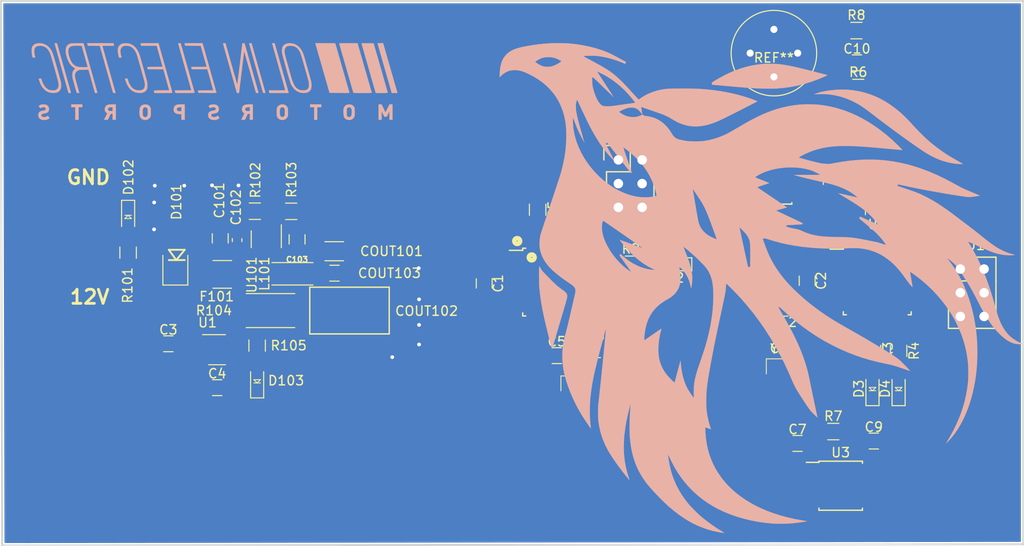
<source format=kicad_pcb>
(kicad_pcb (version 20171130) (host pcbnew 5.1.4-e60b266~84~ubuntu16.04.1)
  (layers (0 F.Cu signal) (31 B.Cu signal hide) (34 B.Paste user) (35 F.Paste user) (36 B.SilkS user hide) (37 F.SilkS user) (38 B.Mask user) (39 F.Mask user) (44 Edge.Cuts user))
  (net 0 "")
  (net 1 GND)
  (net 2 /12V)
  (net 3 VCC)
  (net 4 "Net-(C101-Pad1)")
  (net 5 "Net-(C103-Pad2)")
  (net 6 "Net-(C103-Pad1)")
  (net 7 "Net-(COUT101-Pad1)")
  (net 8 "Net-(D102-Pad2)")
  (net 9 "Net-(D103-Pad2)")
  (net 10 "Net-(R102-Pad1)")
  (net 11 /3.3V)
  (net 12 "Net-(C5-Pad1)")
  (net 13 "Net-(C6-Pad1)")
  (net 14 "Net-(C11-Pad1)")
  (net 15 "Net-(C12-Pad1)")
  (net 16 "Net-(D1-Pad2)")
  (net 17 "Net-(D2-Pad2)")
  (net 18 "Net-(D3-Pad2)")
  (net 19 "Net-(D4-Pad2)")
  (net 20 /RESET3.3V)
  (net 21 "Net-(J1-Pad4)")
  (net 22 /SCK3.3V)
  (net 23 /MISO3.3V)
  (net 24 /MISO)
  (net 25 /SCK)
  (net 26 /MOSI)
  (net 27 /RESET)
  (net 28 /PROGRAMMINGLED1)
  (net 29 /PROGRAMMINGLED2)
  (net 30 /PROGRAMMINGLED3)
  (net 31 /PROGRAMMINGLED4)
  (net 32 /SCL)
  (net 33 "Net-(R7-Pad1)")
  (net 34 /SDA)
  (net 35 /CAN_L)
  (net 36 /CAN_H)
  (net 37 /CS5V)
  (net 38 /CAN_TX)
  (net 39 /CAN_RX)
  (net 40 /MISO5V)
  (net 41 /MOSI5V)
  (net 42 "Net-(U2-Pad13)")
  (net 43 "Net-(U2-Pad14)")
  (net 44 "Net-(U2-Pad15)")
  (net 45 "Net-(U2-Pad17)")
  (net 46 "Net-(U2-Pad18)")
  (net 47 "Net-(U2-Pad21)")
  (net 48 "Net-(U2-Pad22)")
  (net 49 "Net-(U2-Pad24)")
  (net 50 "Net-(U2-Pad25)")
  (net 51 "Net-(U2-Pad26)")
  (net 52 "Net-(U2-Pad27)")
  (net 53 /SCK5V)
  (net 54 "Net-(U2-Pad29)")
  (net 55 "Net-(U2-Pad30)")
  (net 56 "Net-(U2-Pad32)")
  (net 57 "Net-(U3-Pad6)")
  (net 58 "Net-(U3-Pad9)")
  (net 59 /CS3.3V)
  (net 60 /MOSI3.3V)
  (net 61 "Net-(U4-Pad5)")
  (net 62 "Net-(U6-Pad1)")
  (net 63 "Net-(U6-Pad2)")
  (net 64 "Net-(U6-Pad9)")
  (net 65 "Net-(U6-Pad10)")
  (net 66 "Net-(U6-Pad11)")
  (net 67 "Net-(U6-Pad19)")
  (net 68 "Net-(U6-Pad20)")
  (net 69 "Net-(U6-Pad22)")
  (net 70 "Net-(U6-Pad23)")
  (net 71 "Net-(U6-Pad24)")
  (net 72 "Net-(U6-Pad25)")
  (net 73 "Net-(U6-Pad26)")
  (net 74 "Net-(U6-Pad30)")
  (net 75 "Net-(U6-Pad31)")
  (net 76 "Net-(U6-Pad32)")
  (module footprints:MLX90621ESF-BAB-000-TU (layer F.Cu) (at 180.975 82.042)
    (fp_text reference REF** (at 0 0.5) (layer F.SilkS))
    (fp_text value MLX90621ESF-BAB-000-TU)
    (pad 4 thru_hole circle (at -2.54 0) (size 1.524 1.524) (drill 0.762) (layers *.Cu *.Mask))
    (pad 3 thru_hole circle (at 0 2.54) (size 1.524 1.524) (drill 0.762) (layers *.Cu *.Mask))
    (pad 2 thru_hole circle (at 2.54 0) (size 1.524 1.524) (drill 0.762) (layers *.Cu *.Mask))
    (pad 1 thru_hole circle (at 0 -2.54) (size 1.524 1.524) (drill 0.762) (layers *.Cu *.Mask))
  )
  (module footprints:phoenix (layer B.Cu) (at 179.578 107.188 180)
    (fp_text reference G*** hide)
    (fp_text value LOGO hide)
  )
  (module footprints:L_100uH_OEM (layer F.Cu) (at 129.4767 105.66654)
    (fp_text reference L101 (at -2.9847 -0.00254 90) (layer F.SilkS))
    (fp_text value L_100uH hide)
    (pad 2 smd rect (at 1.6 0) (size 1.2 2) (layers F.Cu F.Paste F.Mask) (net 7 "Net-(COUT101-Pad1)"))
    (pad 1 smd rect (at -1.6 0) (size 1.2 2) (layers F.Cu F.Paste F.Mask) (net 5 "Net-(C103-Pad2)"))
  )
  (module footprints:Fuse_1812 (layer F.Cu) (at 132.8293 109.601)
    (fp_text reference COUT102 (at 10.9957 0.049) (layer F.SilkS))
    (fp_text value C_33uF hide)
    (pad 1 smd rect (at 0 0) (size 1.78 3.5) (layers F.Cu F.Paste F.Mask) (net 7 "Net-(COUT101-Pad1)"))
    (pad 2 smd rect (at 5.28 0) (size 1.78 3.5) (layers F.Cu F.Paste F.Mask) (net 1 GND))
  )
  (module footprints:C_0805_OEM (layer F.Cu) (at 129.9718 101.981 270)
    (fp_text reference C103 (at 2.159 0.0032) (layer F.SilkS) (effects (font (size 0.6 0.6))))
    (fp_text value C_0.1uF hide)
    (pad 2 smd rect (at 1 0 270) (size 1 1.25) (layers F.Cu F.Paste F.Mask) (net 5 "Net-(C103-Pad2)"))
    (pad 1 smd rect (at -1 0 270) (size 1 1.25) (layers F.Cu F.Paste F.Mask) (net 6 "Net-(C103-Pad1)"))
  )
  (module footprints:Fuse_1210 (layer F.Cu) (at 121.9708 105.7275 180)
    (fp_text reference F101 (at 0.5958 -2.3725 180) (layer F.SilkS))
    (fp_text value F_500mA_16V hide)
    (pad 2 smd rect (at 1.45 0 180) (size 0.9 2.5) (layers F.Cu F.Paste F.Mask) (net 2 /12V))
    (pad 1 smd rect (at -1.45 0 180) (size 0.9 2.5) (layers F.Cu F.Paste F.Mask) (net 4 "Net-(C101-Pad1)"))
  )
  (module footprints:R_0805_OEM (layer F.Cu) (at 129.34442 98.97872 180)
    (fp_text reference R103 (at -0.03058 3.37872 270) (layer F.SilkS))
    (fp_text value R_100K hide)
    (pad 1 smd rect (at -0.95 0 180) (size 0.7 1.3) (layers F.Cu F.Paste F.Mask) (net 7 "Net-(COUT101-Pad1)"))
    (pad 2 smd rect (at 0.95 0 180) (size 0.7 1.3) (layers F.Cu F.Paste F.Mask) (net 10 "Net-(R102-Pad1)"))
  )
  (module footprints:R_0805_OEM (layer F.Cu) (at 125.45822 98.96348 180)
    (fp_text reference R102 (at -0.06678 3.31348 270) (layer F.SilkS))
    (fp_text value R_25K hide)
    (pad 2 smd rect (at 0.95 0 180) (size 0.7 1.3) (layers F.Cu F.Paste F.Mask) (net 1 GND))
    (pad 1 smd rect (at -0.95 0 180) (size 0.7 1.3) (layers F.Cu F.Paste F.Mask) (net 10 "Net-(R102-Pad1)"))
  )
  (module footprints:R_0805_OEM (layer F.Cu) (at 125.7 113.35 270)
    (fp_text reference R105 (at 0 -3.375) (layer F.SilkS))
    (fp_text value R_200 hide)
    (pad 1 smd rect (at -0.95 0 270) (size 0.7 1.3) (layers F.Cu F.Paste F.Mask) (net 3 VCC))
    (pad 2 smd rect (at 0.95 0 270) (size 0.7 1.3) (layers F.Cu F.Paste F.Mask) (net 9 "Net-(D103-Pad2)"))
  )
  (module footprints:R_2512_OEM (layer F.Cu) (at 127.1282 109.60608 180)
    (fp_text reference R104 (at 6.0532 0.00608 180) (layer F.SilkS))
    (fp_text value R_0_2512 hide)
    (pad 1 smd rect (at -3.1 0 180) (size 1 3.2) (layers F.Cu F.Paste F.Mask) (net 7 "Net-(COUT101-Pad1)"))
    (pad 2 smd rect (at 3.1 0 180) (size 1 3.2) (layers F.Cu F.Paste F.Mask) (net 3 VCC))
  )
  (module footprints:SOT-23-6_OEM (layer F.Cu) (at 126.6776 101.9658 270)
    (fp_text reference U101 (at 3.8092 1.5526 270) (layer F.SilkS))
    (fp_text value TPS560430YF hide)
    (pad 1 smd rect (at -1.1 -0.95 270) (size 1.06 0.65) (layers F.Cu F.Paste F.Mask) (net 6 "Net-(C103-Pad1)"))
    (pad 2 smd rect (at -1.1 0 270) (size 1.06 0.65) (layers F.Cu F.Paste F.Mask) (net 1 GND))
    (pad 3 smd rect (at -1.1 0.95 270) (size 1.06 0.65) (layers F.Cu F.Paste F.Mask) (net 10 "Net-(R102-Pad1)"))
    (pad 4 smd rect (at 1.1 0.95 270) (size 1.06 0.65) (layers F.Cu F.Paste F.Mask) (net 4 "Net-(C101-Pad1)"))
    (pad 6 smd rect (at 1.1 -0.95 270) (size 1.06 0.65) (layers F.Cu F.Paste F.Mask) (net 5 "Net-(C103-Pad2)"))
    (pad 5 smd rect (at 1.1 0 270) (size 1.06 0.65) (layers F.Cu F.Paste F.Mask) (net 4 "Net-(C101-Pad1)"))
  )
  (module footprints:C_1206_OEM (layer F.Cu) (at 133.9483 103.251)
    (fp_text reference COUT101 (at 6.1267 -0.001) (layer F.SilkS))
    (fp_text value C_22uF hide)
    (pad 1 smd rect (at -1.5 0) (size 1 1.6) (layers F.Cu F.Paste F.Mask) (net 7 "Net-(COUT101-Pad1)"))
    (pad 2 smd rect (at 1.5 0) (size 1 1.6) (layers F.Cu F.Paste F.Mask) (net 1 GND))
  )
  (module footprints:C_0805_OEM (layer F.Cu) (at 133.9723 105.6005)
    (fp_text reference COUT103 (at 5.8777 -0.0005) (layer F.SilkS))
    (fp_text value C_47uF hide)
    (pad 1 smd rect (at -1 0) (size 1 1.25) (layers F.Cu F.Paste F.Mask) (net 7 "Net-(COUT101-Pad1)"))
    (pad 2 smd rect (at 1 0) (size 1 1.25) (layers F.Cu F.Paste F.Mask) (net 1 GND))
  )
  (module footprints:DO-214AA (layer F.Cu) (at 116.9543 103.6955 90)
    (fp_text reference D101 (at 5.7205 0.1207 270) (layer F.SilkS))
    (fp_text value D_Zener_18V hide)
    (pad 2 smd rect (at 2.032 0 270) (size 1.778 2.159) (layers F.Cu F.Paste F.Mask) (net 1 GND))
    (pad 1 smd rect (at -2.032 0 270) (size 1.778 2.159) (layers F.Cu F.Paste F.Mask) (net 2 /12V))
  )
  (module footprints:LED_0805_OEM (layer F.Cu) (at 125.7 117.15 90)
    (fp_text reference D103 (at 0.05 3.1 180) (layer F.SilkS))
    (fp_text value LED_0805 hide)
    (pad 2 smd rect (at 1.1 0 270) (size 1.2 1.2) (layers F.Cu F.Paste F.Mask) (net 9 "Net-(D103-Pad2)"))
    (pad 1 smd rect (at -1.1 0 270) (size 1.2 1.2) (layers F.Cu F.Paste F.Mask) (net 1 GND))
  )
  (module footprints:Logo_Large (layer B.Cu) (at 121.158 85.09 180)
    (fp_text reference G*** hide)
    (fp_text value LOGO hide)
  )
  (module footprints:LED_0805_OEM (layer F.Cu) (at 111.9 99.6 270)
    (fp_text reference D102 (at -4.275 -0.05 90) (layer F.SilkS))
    (fp_text value LED_0805 hide)
    (pad 2 smd rect (at 1.1 0 90) (size 1.2 1.2) (layers F.Cu F.Paste F.Mask) (net 8 "Net-(D102-Pad2)"))
    (pad 1 smd rect (at -1.1 0 90) (size 1.2 1.2) (layers F.Cu F.Paste F.Mask) (net 1 GND))
  )
  (module footprints:R_0805_OEM (layer F.Cu) (at 111.9 103.4 90)
    (fp_text reference R101 (at -3.5 -0.05 270) (layer F.SilkS))
    (fp_text value R_200 hide)
    (pad 1 smd rect (at -0.95 0 90) (size 0.7 1.3) (layers F.Cu F.Paste F.Mask) (net 4 "Net-(C101-Pad1)"))
    (pad 2 smd rect (at 0.95 0 90) (size 0.7 1.3) (layers F.Cu F.Paste F.Mask) (net 8 "Net-(D102-Pad2)"))
  )
  (module footprints:C_0805_OEM (layer F.Cu) (at 121.75236 101.87 90)
    (fp_text reference C101 (at 4.064 -0.08636 90) (layer F.SilkS))
    (fp_text value C_0.1uF hide)
    (pad 2 smd rect (at 1 0 90) (size 1 1.25) (layers F.Cu F.Paste F.Mask) (net 1 GND))
    (pad 1 smd rect (at -1 0 90) (size 1 1.25) (layers F.Cu F.Paste F.Mask) (net 4 "Net-(C101-Pad1)"))
  )
  (module footprints:C_0603_1608Metric (layer F.Cu) (at 123.5583 102.0605 90)
    (fp_text reference C102 (at 3.5085 -0.1143 90) (layer F.SilkS))
    (fp_text value C_2.2uF)
    (pad 1 smd roundrect (at -0.7875 0 90) (size 0.875 0.95) (layers F.Cu F.Paste F.Mask) (net 4 "Net-(C101-Pad1)"))
    (pad 2 smd roundrect (at 0.7875 0 90) (size 0.875 0.95) (layers F.Cu F.Paste F.Mask) (net 1 GND))
  )
  (module footprints:C_0805_OEM (layer F.Cu) (at 149.987 106.696 270)
    (fp_text reference C1 (at 0 -1.5 90) (layer F.SilkS))
    (fp_text value C_0.1uF hide)
    (pad 1 smd rect (at -1 0 270) (size 1 1.25) (layers F.Cu F.Paste F.Mask) (net 3 VCC))
    (pad 2 smd rect (at 1 0 270) (size 1 1.25) (layers F.Cu F.Paste F.Mask) (net 1 GND))
  )
  (module footprints:C_0805_OEM (layer F.Cu) (at 184.531 106.41 270)
    (fp_text reference C2 (at 0 -1.5 90) (layer F.SilkS))
    (fp_text value C_0.1uF hide)
    (pad 1 smd rect (at -1 0 270) (size 1 1.25) (layers F.Cu F.Paste F.Mask) (net 11 /3.3V))
    (pad 2 smd rect (at 1 0 270) (size 1 1.25) (layers F.Cu F.Paste F.Mask) (net 1 GND))
  )
  (module footprints:C_0805_OEM (layer F.Cu) (at 116.205 113.157)
    (fp_text reference C3 (at 0 -1.5) (layer F.SilkS))
    (fp_text value C_0.1uF hide)
    (pad 1 smd rect (at -1 0) (size 1 1.25) (layers F.Cu F.Paste F.Mask) (net 3 VCC))
    (pad 2 smd rect (at 1 0) (size 1 1.25) (layers F.Cu F.Paste F.Mask) (net 1 GND))
  )
  (module footprints:C_0805_OEM (layer F.Cu) (at 121.428 117.856)
    (fp_text reference C4 (at 0 -1.5) (layer F.SilkS))
    (fp_text value C_0.1uF hide)
    (pad 2 smd rect (at 1 0) (size 1 1.25) (layers F.Cu F.Paste F.Mask) (net 1 GND))
    (pad 1 smd rect (at -1 0) (size 1 1.25) (layers F.Cu F.Paste F.Mask) (net 11 /3.3V))
  )
  (module footprints:C_0805_OEM (layer F.Cu) (at 157.75 114.427)
    (fp_text reference C5 (at 0 -1.5) (layer F.SilkS))
    (fp_text value C_30pF hide)
    (pad 2 smd rect (at 1 0) (size 1 1.25) (layers F.Cu F.Paste F.Mask) (net 1 GND))
    (pad 1 smd rect (at -1 0) (size 1 1.25) (layers F.Cu F.Paste F.Mask) (net 12 "Net-(C5-Pad1)"))
  )
  (module footprints:C_0805_OEM (layer F.Cu) (at 161.925 113.792)
    (fp_text reference C6 (at 0 -1.5) (layer F.SilkS))
    (fp_text value C_30pF hide)
    (pad 1 smd rect (at -1 0) (size 1 1.25) (layers F.Cu F.Paste F.Mask) (net 13 "Net-(C6-Pad1)"))
    (pad 2 smd rect (at 1 0) (size 1 1.25) (layers F.Cu F.Paste F.Mask) (net 1 GND))
  )
  (module footprints:C_0805_OEM (layer F.Cu) (at 183.499 123.825)
    (fp_text reference C7 (at 0 -1.5) (layer F.SilkS))
    (fp_text value C_0.1uF hide)
    (pad 1 smd rect (at -1 0) (size 1 1.25) (layers F.Cu F.Paste F.Mask) (net 3 VCC))
    (pad 2 smd rect (at 1 0) (size 1 1.25) (layers F.Cu F.Paste F.Mask) (net 1 GND))
  )
  (module footprints:C_0805_OEM (layer F.Cu) (at 174.625 95.631 90)
    (fp_text reference C8 (at 0 -1.5 90) (layer F.SilkS))
    (fp_text value C_0.1uF hide)
    (pad 2 smd rect (at 1 0 90) (size 1 1.25) (layers F.Cu F.Paste F.Mask) (net 1 GND))
    (pad 1 smd rect (at -1 0 90) (size 1 1.25) (layers F.Cu F.Paste F.Mask) (net 3 VCC))
  )
  (module footprints:C_0805_OEM (layer F.Cu) (at 191.659 123.571)
    (fp_text reference C9 (at 0 -1.5) (layer F.SilkS))
    (fp_text value C_0.1uF hide)
    (pad 2 smd rect (at 1 0) (size 1 1.25) (layers F.Cu F.Paste F.Mask) (net 1 GND))
    (pad 1 smd rect (at -1 0) (size 1 1.25) (layers F.Cu F.Paste F.Mask) (net 11 /3.3V))
  )
  (module footprints:C_0805_OEM (layer F.Cu) (at 189.855001 83.079001)
    (fp_text reference C10 (at 0 -1.5) (layer F.SilkS))
    (fp_text value C_0.1uF hide)
    (pad 1 smd rect (at -1 0) (size 1 1.25) (layers F.Cu F.Paste F.Mask) (net 11 /3.3V))
    (pad 2 smd rect (at 1 0) (size 1 1.25) (layers F.Cu F.Paste F.Mask) (net 1 GND))
  )
  (module footprints:C_0805_OEM (layer F.Cu) (at 181.991 112.141 180)
    (fp_text reference C11 (at 0 -1.5) (layer F.SilkS))
    (fp_text value C_30pF hide)
    (pad 1 smd rect (at -1 0 180) (size 1 1.25) (layers F.Cu F.Paste F.Mask) (net 14 "Net-(C11-Pad1)"))
    (pad 2 smd rect (at 1 0 180) (size 1 1.25) (layers F.Cu F.Paste F.Mask) (net 1 GND))
  )
  (module footprints:C_0805_OEM (layer F.Cu) (at 181.991 109.347 180)
    (fp_text reference C12 (at 0 -1.5) (layer F.SilkS))
    (fp_text value C_30pF hide)
    (pad 2 smd rect (at 1 0 180) (size 1 1.25) (layers F.Cu F.Paste F.Mask) (net 1 GND))
    (pad 1 smd rect (at -1 0 180) (size 1 1.25) (layers F.Cu F.Paste F.Mask) (net 15 "Net-(C12-Pad1)"))
  )
  (module footprints:LED_0805_OEM (layer F.Cu) (at 166.032 117.475 90)
    (fp_text reference D1 (at 0 -1.45 90) (layer F.SilkS))
    (fp_text value LED_0805 hide)
    (pad 1 smd rect (at -1.1 0 270) (size 1.2 1.2) (layers F.Cu F.Paste F.Mask) (net 1 GND))
    (pad 2 smd rect (at 1.1 0 270) (size 1.2 1.2) (layers F.Cu F.Paste F.Mask) (net 16 "Net-(D1-Pad2)"))
  )
  (module footprints:LED_0805_OEM (layer F.Cu) (at 170.391 104.648 180)
    (fp_text reference D2 (at 0 -1.45) (layer F.SilkS))
    (fp_text value LED_0805 hide)
    (pad 1 smd rect (at -1.1 0) (size 1.2 1.2) (layers F.Cu F.Paste F.Mask) (net 1 GND))
    (pad 2 smd rect (at 1.1 0) (size 1.2 1.2) (layers F.Cu F.Paste F.Mask) (net 17 "Net-(D2-Pad2)"))
  )
  (module footprints:LED_0805_OEM (layer F.Cu) (at 191.516 117.983 90)
    (fp_text reference D3 (at 0 -1.45 90) (layer F.SilkS))
    (fp_text value LED_0805 hide)
    (pad 2 smd rect (at 1.1 0 270) (size 1.2 1.2) (layers F.Cu F.Paste F.Mask) (net 18 "Net-(D3-Pad2)"))
    (pad 1 smd rect (at -1.1 0 270) (size 1.2 1.2) (layers F.Cu F.Paste F.Mask) (net 1 GND))
  )
  (module footprints:LED_0805_OEM (layer F.Cu) (at 194.31 117.983 90)
    (fp_text reference D4 (at 0 -1.45 90) (layer F.SilkS))
    (fp_text value LED_0805 hide)
    (pad 1 smd rect (at -1.1 0 270) (size 1.2 1.2) (layers F.Cu F.Paste F.Mask) (net 1 GND))
    (pad 2 smd rect (at 1.1 0 270) (size 1.2 1.2) (layers F.Cu F.Paste F.Mask) (net 19 "Net-(D4-Pad2)"))
  )
  (module footprints:Pin_Header_Straight_2x03 (layer F.Cu) (at 200.914 105.156)
    (fp_text reference J1 (at 1.778 -2.54) (layer F.SilkS))
    (fp_text value CONN_02X03 hide)
    (pad 6 thru_hole circle (at 2.54 5.08) (size 1.4 1.4) (drill 1.016) (layers *.Cu *.Mask) (net 1 GND))
    (pad 5 thru_hole circle (at 0 5.08) (size 1.4 1.4) (drill 1.016) (layers *.Cu *.Mask) (net 20 /RESET3.3V))
    (pad 4 thru_hole circle (at 2.54 2.54) (size 1.4 1.4) (drill 1.016) (layers *.Cu *.Mask) (net 21 "Net-(J1-Pad4)"))
    (pad 3 thru_hole circle (at 0 2.54) (size 1.4 1.4) (drill 1.016) (layers *.Cu *.Mask) (net 22 /SCK3.3V))
    (pad 2 thru_hole circle (at 2.54 0) (size 1.4 1.4) (drill 1.016) (layers *.Cu *.Mask) (net 3 VCC))
    (pad 1 thru_hole rect (at 0 0) (size 1.4 1.4) (drill 1.016) (layers *.Cu *.Mask) (net 23 /MISO3.3V))
  )
  (module footprints:Pin_Header_Straight_2x03 (layer F.Cu) (at 164.338 93.472)
    (fp_text reference J2 (at 1.778 -2.54) (layer F.SilkS))
    (fp_text value CONN_02X03 hide)
    (pad 1 thru_hole rect (at 0 0) (size 1.4 1.4) (drill 1.016) (layers *.Cu *.Mask) (net 24 /MISO))
    (pad 2 thru_hole circle (at 2.54 0) (size 1.4 1.4) (drill 1.016) (layers *.Cu *.Mask) (net 3 VCC))
    (pad 3 thru_hole circle (at 0 2.54) (size 1.4 1.4) (drill 1.016) (layers *.Cu *.Mask) (net 25 /SCK))
    (pad 4 thru_hole circle (at 2.54 2.54) (size 1.4 1.4) (drill 1.016) (layers *.Cu *.Mask) (net 26 /MOSI))
    (pad 5 thru_hole circle (at 0 5.08) (size 1.4 1.4) (drill 1.016) (layers *.Cu *.Mask) (net 27 /RESET))
    (pad 6 thru_hole circle (at 2.54 5.08) (size 1.4 1.4) (drill 1.016) (layers *.Cu *.Mask) (net 1 GND))
  )
  (module footprints:R_0805_OEM (layer F.Cu) (at 166.37 113.665 270)
    (fp_text reference R1 (at 0 -1.65 90) (layer F.SilkS))
    (fp_text value R_200 hide)
    (pad 1 smd rect (at -0.95 0 270) (size 0.7 1.3) (layers F.Cu F.Paste F.Mask) (net 28 /PROGRAMMINGLED1))
    (pad 2 smd rect (at 0.95 0 270) (size 0.7 1.3) (layers F.Cu F.Paste F.Mask) (net 16 "Net-(D1-Pad2)"))
  )
  (module footprints:R_0805_OEM (layer F.Cu) (at 165.674 104.648)
    (fp_text reference R2 (at 0 -1.65) (layer F.SilkS))
    (fp_text value R_200 hide)
    (pad 1 smd rect (at -0.95 0) (size 0.7 1.3) (layers F.Cu F.Paste F.Mask) (net 29 /PROGRAMMINGLED2))
    (pad 2 smd rect (at 0.95 0) (size 0.7 1.3) (layers F.Cu F.Paste F.Mask) (net 17 "Net-(D2-Pad2)"))
  )
  (module footprints:R_0805_OEM (layer F.Cu) (at 191.516 113.919 270)
    (fp_text reference R3 (at 0 -1.65 90) (layer F.SilkS))
    (fp_text value R_200 hide)
    (pad 2 smd rect (at 0.95 0 270) (size 0.7 1.3) (layers F.Cu F.Paste F.Mask) (net 18 "Net-(D3-Pad2)"))
    (pad 1 smd rect (at -0.95 0 270) (size 0.7 1.3) (layers F.Cu F.Paste F.Mask) (net 30 /PROGRAMMINGLED3))
  )
  (module footprints:R_0805_OEM (layer F.Cu) (at 194.31 113.919 270)
    (fp_text reference R4 (at 0 -1.65 90) (layer F.SilkS))
    (fp_text value R_200 hide)
    (pad 2 smd rect (at 0.95 0 270) (size 0.7 1.3) (layers F.Cu F.Paste F.Mask) (net 19 "Net-(D4-Pad2)"))
    (pad 1 smd rect (at -0.95 0 270) (size 0.7 1.3) (layers F.Cu F.Paste F.Mask) (net 31 /PROGRAMMINGLED4))
  )
  (module footprints:R_0805_OEM (layer F.Cu) (at 155.702 98.806 270)
    (fp_text reference R5 (at 0 -1.65 90) (layer F.SilkS))
    (fp_text value R_10K hide)
    (pad 1 smd rect (at -0.95 0 270) (size 0.7 1.3) (layers F.Cu F.Paste F.Mask) (net 3 VCC))
    (pad 2 smd rect (at 0.95 0 270) (size 0.7 1.3) (layers F.Cu F.Paste F.Mask) (net 27 /RESET))
  )
  (module footprints:R_0805_OEM (layer F.Cu) (at 189.992 85.725)
    (fp_text reference R6 (at 0 -1.65) (layer F.SilkS))
    (fp_text value R_4.7K hide)
    (pad 2 smd rect (at 0.95 0) (size 0.7 1.3) (layers F.Cu F.Paste F.Mask) (net 32 /SCL))
    (pad 1 smd rect (at -0.95 0) (size 0.7 1.3) (layers F.Cu F.Paste F.Mask) (net 11 /3.3V))
  )
  (module footprints:R_0805_OEM (layer F.Cu) (at 187.325 122.555)
    (fp_text reference R7 (at 0 -1.65) (layer F.SilkS))
    (fp_text value R_10K hide)
    (pad 1 smd rect (at -0.95 0) (size 0.7 1.3) (layers F.Cu F.Paste F.Mask) (net 33 "Net-(R7-Pad1)"))
    (pad 2 smd rect (at 0.95 0) (size 0.7 1.3) (layers F.Cu F.Paste F.Mask) (net 3 VCC))
  )
  (module footprints:R_0805_OEM (layer F.Cu) (at 189.799 79.629)
    (fp_text reference R8 (at 0 -1.65) (layer F.SilkS))
    (fp_text value R_4.7K hide)
    (pad 1 smd rect (at -0.95 0) (size 0.7 1.3) (layers F.Cu F.Paste F.Mask) (net 11 /3.3V))
    (pad 2 smd rect (at 0.95 0) (size 0.7 1.3) (layers F.Cu F.Paste F.Mask) (net 34 /SDA))
  )
  (module footprints:R_0805_OEM (layer F.Cu) (at 187.137 95.504 270)
    (fp_text reference R9 (at 0 -1.65 90) (layer F.SilkS))
    (fp_text value R_120_DNP hide)
    (pad 2 smd rect (at 0.95 0 270) (size 0.7 1.3) (layers F.Cu F.Paste F.Mask) (net 35 /CAN_L))
    (pad 1 smd rect (at -0.95 0 270) (size 0.7 1.3) (layers F.Cu F.Paste F.Mask) (net 36 /CAN_H))
  )
  (module footprints:R_0805_OEM (layer F.Cu) (at 191.643 98.745 270)
    (fp_text reference R10 (at 0 -1.65 90) (layer F.SilkS))
    (fp_text value R_10K hide)
    (pad 2 smd rect (at 0.95 0 270) (size 0.7 1.3) (layers F.Cu F.Paste F.Mask) (net 20 /RESET3.3V))
    (pad 1 smd rect (at -0.95 0 270) (size 0.7 1.3) (layers F.Cu F.Paste F.Mask) (net 11 /3.3V))
  )
  (module footprints:SOT-23-3_OEM (layer F.Cu) (at 120.396 113.792)
    (fp_text reference U1 (at 0 -2.9) (layer F.SilkS))
    (fp_text value LM3480 hide)
    (pad 3 smd rect (at 2 -1.05) (size 0.9 0.8) (layers F.Cu F.Paste F.Mask) (net 1 GND))
    (pad 2 smd rect (at 2 1.05) (size 0.9 0.8) (layers F.Cu F.Paste F.Mask) (net 3 VCC))
    (pad 1 smd rect (at 0 0) (size 0.9 0.8) (layers F.Cu F.Paste F.Mask) (net 11 /3.3V))
  )
  (module footprints:TQFP-32_7x7mm_Pitch0.8mm (layer F.Cu) (at 157.734 106.553)
    (fp_text reference U2 (at 0 -6.05) (layer F.SilkS))
    (fp_text value ATMEGA16M1 hide)
    (pad 1 smd rect (at -4.25 -2.8) (size 1.6 0.55) (layers F.Cu F.Paste F.Mask) (net 24 /MISO))
    (pad 2 smd rect (at -4.25 -2) (size 1.6 0.55) (layers F.Cu F.Paste F.Mask) (net 26 /MOSI))
    (pad 3 smd rect (at -4.25 -1.2) (size 1.6 0.55) (layers F.Cu F.Paste F.Mask) (net 37 /CS5V))
    (pad 4 smd rect (at -4.25 -0.4) (size 1.6 0.55) (layers F.Cu F.Paste F.Mask) (net 3 VCC))
    (pad 5 smd rect (at -4.25 0.4) (size 1.6 0.55) (layers F.Cu F.Paste F.Mask) (net 1 GND))
    (pad 6 smd rect (at -4.25 1.2) (size 1.6 0.55) (layers F.Cu F.Paste F.Mask) (net 38 /CAN_TX))
    (pad 7 smd rect (at -4.25 2) (size 1.6 0.55) (layers F.Cu F.Paste F.Mask) (net 39 /CAN_RX))
    (pad 8 smd rect (at -4.25 2.8) (size 1.6 0.55) (layers F.Cu F.Paste F.Mask) (net 40 /MISO5V))
    (pad 9 smd rect (at -2.8 4.25 90) (size 1.6 0.55) (layers F.Cu F.Paste F.Mask) (net 41 /MOSI5V))
    (pad 10 smd rect (at -2 4.25 90) (size 1.6 0.55) (layers F.Cu F.Paste F.Mask) (net 13 "Net-(C6-Pad1)"))
    (pad 11 smd rect (at -1.2 4.25 90) (size 1.6 0.55) (layers F.Cu F.Paste F.Mask) (net 12 "Net-(C5-Pad1)"))
    (pad 12 smd rect (at -0.4 4.25 90) (size 1.6 0.55) (layers F.Cu F.Paste F.Mask) (net 25 /SCK))
    (pad 13 smd rect (at 0.4 4.25 90) (size 1.6 0.55) (layers F.Cu F.Paste F.Mask) (net 42 "Net-(U2-Pad13)"))
    (pad 14 smd rect (at 1.2 4.25 90) (size 1.6 0.55) (layers F.Cu F.Paste F.Mask) (net 43 "Net-(U2-Pad14)"))
    (pad 15 smd rect (at 2 4.25 90) (size 1.6 0.55) (layers F.Cu F.Paste F.Mask) (net 44 "Net-(U2-Pad15)"))
    (pad 16 smd rect (at 2.8 4.25 90) (size 1.6 0.55) (layers F.Cu F.Paste F.Mask) (net 28 /PROGRAMMINGLED1))
    (pad 17 smd rect (at 4.25 2.8) (size 1.6 0.55) (layers F.Cu F.Paste F.Mask) (net 45 "Net-(U2-Pad17)"))
    (pad 18 smd rect (at 4.25 2) (size 1.6 0.55) (layers F.Cu F.Paste F.Mask) (net 46 "Net-(U2-Pad18)"))
    (pad 19 smd rect (at 4.25 1.2) (size 1.6 0.55) (layers F.Cu F.Paste F.Mask) (net 3 VCC))
    (pad 20 smd rect (at 4.25 0.4) (size 1.6 0.55) (layers F.Cu F.Paste F.Mask) (net 1 GND))
    (pad 21 smd rect (at 4.25 -0.4) (size 1.6 0.55) (layers F.Cu F.Paste F.Mask) (net 47 "Net-(U2-Pad21)"))
    (pad 22 smd rect (at 4.25 -1.2) (size 1.6 0.55) (layers F.Cu F.Paste F.Mask) (net 48 "Net-(U2-Pad22)"))
    (pad 23 smd rect (at 4.25 -2) (size 1.6 0.55) (layers F.Cu F.Paste F.Mask) (net 29 /PROGRAMMINGLED2))
    (pad 24 smd rect (at 4.25 -2.8) (size 1.6 0.55) (layers F.Cu F.Paste F.Mask) (net 49 "Net-(U2-Pad24)"))
    (pad 25 smd rect (at 2.8 -4.25 90) (size 1.6 0.55) (layers F.Cu F.Paste F.Mask) (net 50 "Net-(U2-Pad25)"))
    (pad 26 smd rect (at 2 -4.25 90) (size 1.6 0.55) (layers F.Cu F.Paste F.Mask) (net 51 "Net-(U2-Pad26)"))
    (pad 27 smd rect (at 1.2 -4.25 90) (size 1.6 0.55) (layers F.Cu F.Paste F.Mask) (net 52 "Net-(U2-Pad27)"))
    (pad 28 smd rect (at 0.4 -4.25 90) (size 1.6 0.55) (layers F.Cu F.Paste F.Mask) (net 53 /SCK5V))
    (pad 29 smd rect (at -0.4 -4.25 90) (size 1.6 0.55) (layers F.Cu F.Paste F.Mask) (net 54 "Net-(U2-Pad29)"))
    (pad 30 smd rect (at -1.2 -4.25 90) (size 1.6 0.55) (layers F.Cu F.Paste F.Mask) (net 55 "Net-(U2-Pad30)"))
    (pad 31 smd rect (at -2 -4.25 90) (size 1.6 0.55) (layers F.Cu F.Paste F.Mask) (net 27 /RESET))
    (pad 32 smd rect (at -2.8 -4.25 90) (size 1.6 0.55) (layers F.Cu F.Paste F.Mask) (net 56 "Net-(U2-Pad32)"))
  )
  (module Package_SO:TSSOP-14_4.4x5mm_P0.65mm (layer F.Cu) (at 188.116 128.352)
    (fp_text reference U3 (at 0 -3.55) (layer F.SilkS))
    (fp_text value TXB0104)
    (pad 1 smd rect (at -2.95 -1.95) (size 1.45 0.45) (layers F.Cu F.Paste F.Mask) (net 3 VCC))
    (pad 2 smd rect (at -2.95 -1.3) (size 1.45 0.45) (layers F.Cu F.Paste F.Mask) (net 53 /SCK5V))
    (pad 3 smd rect (at -2.95 -0.65) (size 1.45 0.45) (layers F.Cu F.Paste F.Mask) (net 40 /MISO5V))
    (pad 4 smd rect (at -2.95 0) (size 1.45 0.45) (layers F.Cu F.Paste F.Mask) (net 41 /MOSI5V))
    (pad 5 smd rect (at -2.95 0.65) (size 1.45 0.45) (layers F.Cu F.Paste F.Mask) (net 37 /CS5V))
    (pad 6 smd rect (at -2.95 1.3) (size 1.45 0.45) (layers F.Cu F.Paste F.Mask) (net 57 "Net-(U3-Pad6)"))
    (pad 7 smd rect (at -2.95 1.95) (size 1.45 0.45) (layers F.Cu F.Paste F.Mask) (net 1 GND))
    (pad 8 smd rect (at 2.95 1.95) (size 1.45 0.45) (layers F.Cu F.Paste F.Mask) (net 33 "Net-(R7-Pad1)"))
    (pad 9 smd rect (at 2.95 1.3) (size 1.45 0.45) (layers F.Cu F.Paste F.Mask) (net 58 "Net-(U3-Pad9)"))
    (pad 10 smd rect (at 2.95 0.65) (size 1.45 0.45) (layers F.Cu F.Paste F.Mask) (net 59 /CS3.3V))
    (pad 11 smd rect (at 2.95 0) (size 1.45 0.45) (layers F.Cu F.Paste F.Mask) (net 60 /MOSI3.3V))
    (pad 12 smd rect (at 2.95 -0.65) (size 1.45 0.45) (layers F.Cu F.Paste F.Mask) (net 23 /MISO3.3V))
    (pad 13 smd rect (at 2.95 -1.3) (size 1.45 0.45) (layers F.Cu F.Paste F.Mask) (net 22 /SCK3.3V))
    (pad 14 smd rect (at 2.95 -1.95) (size 1.45 0.45) (layers F.Cu F.Paste F.Mask) (net 11 /3.3V))
  )
  (module footprints:SOIC-8_3.9x4.9mm_Pitch1.27mm_OEM (layer F.Cu) (at 180.815 95.631)
    (fp_text reference U4 (at 0 -3.5) (layer F.SilkS))
    (fp_text value MCP2561-E_SN hide)
    (pad 1 smd rect (at -2.7 -1.905) (size 1.55 0.6) (layers F.Cu F.Paste F.Mask) (net 38 /CAN_TX))
    (pad 2 smd rect (at -2.7 -0.635) (size 1.55 0.6) (layers F.Cu F.Paste F.Mask) (net 1 GND))
    (pad 3 smd rect (at -2.7 0.635) (size 1.55 0.6) (layers F.Cu F.Paste F.Mask) (net 3 VCC))
    (pad 4 smd rect (at -2.7 1.905) (size 1.55 0.6) (layers F.Cu F.Paste F.Mask) (net 39 /CAN_RX))
    (pad 5 smd rect (at 2.7 1.905) (size 1.55 0.6) (layers F.Cu F.Paste F.Mask) (net 61 "Net-(U4-Pad5)"))
    (pad 6 smd rect (at 2.7 0.635) (size 1.55 0.6) (layers F.Cu F.Paste F.Mask) (net 35 /CAN_L))
    (pad 7 smd rect (at 2.7 -0.635) (size 1.55 0.6) (layers F.Cu F.Paste F.Mask) (net 36 /CAN_H))
    (pad 8 smd rect (at 2.7 -1.905) (size 1.55 0.6) (layers F.Cu F.Paste F.Mask) (net 1 GND))
  )
  (module Package_QFP:TQFP-32_7x7mm_P0.8mm (layer F.Cu) (at 192.024 106.426)
    (fp_text reference U6 (at 0 -6.05) (layer F.SilkS))
    (fp_text value ATmega328P-AU)
    (pad 1 smd rect (at -4.25 -2.8) (size 1.6 0.55) (layers F.Cu F.Paste F.Mask) (net 62 "Net-(U6-Pad1)"))
    (pad 2 smd rect (at -4.25 -2) (size 1.6 0.55) (layers F.Cu F.Paste F.Mask) (net 63 "Net-(U6-Pad2)"))
    (pad 3 smd rect (at -4.25 -1.2) (size 1.6 0.55) (layers F.Cu F.Paste F.Mask) (net 1 GND))
    (pad 4 smd rect (at -4.25 -0.4) (size 1.6 0.55) (layers F.Cu F.Paste F.Mask) (net 11 /3.3V))
    (pad 5 smd rect (at -4.25 0.4) (size 1.6 0.55) (layers F.Cu F.Paste F.Mask) (net 1 GND))
    (pad 6 smd rect (at -4.25 1.2) (size 1.6 0.55) (layers F.Cu F.Paste F.Mask) (net 11 /3.3V))
    (pad 7 smd rect (at -4.25 2) (size 1.6 0.55) (layers F.Cu F.Paste F.Mask) (net 15 "Net-(C12-Pad1)"))
    (pad 8 smd rect (at -4.25 2.8) (size 1.6 0.55) (layers F.Cu F.Paste F.Mask) (net 14 "Net-(C11-Pad1)"))
    (pad 9 smd rect (at -2.8 4.25 90) (size 1.6 0.55) (layers F.Cu F.Paste F.Mask) (net 64 "Net-(U6-Pad9)"))
    (pad 10 smd rect (at -2 4.25 90) (size 1.6 0.55) (layers F.Cu F.Paste F.Mask) (net 65 "Net-(U6-Pad10)"))
    (pad 11 smd rect (at -1.2 4.25 90) (size 1.6 0.55) (layers F.Cu F.Paste F.Mask) (net 66 "Net-(U6-Pad11)"))
    (pad 12 smd rect (at -0.4 4.25 90) (size 1.6 0.55) (layers F.Cu F.Paste F.Mask) (net 30 /PROGRAMMINGLED3))
    (pad 13 smd rect (at 0.4 4.25 90) (size 1.6 0.55) (layers F.Cu F.Paste F.Mask) (net 31 /PROGRAMMINGLED4))
    (pad 14 smd rect (at 1.2 4.25 90) (size 1.6 0.55) (layers F.Cu F.Paste F.Mask) (net 59 /CS3.3V))
    (pad 15 smd rect (at 2 4.25 90) (size 1.6 0.55) (layers F.Cu F.Paste F.Mask) (net 60 /MOSI3.3V))
    (pad 16 smd rect (at 2.8 4.25 90) (size 1.6 0.55) (layers F.Cu F.Paste F.Mask) (net 23 /MISO3.3V))
    (pad 17 smd rect (at 4.25 2.8) (size 1.6 0.55) (layers F.Cu F.Paste F.Mask) (net 22 /SCK3.3V))
    (pad 18 smd rect (at 4.25 2) (size 1.6 0.55) (layers F.Cu F.Paste F.Mask) (net 11 /3.3V))
    (pad 19 smd rect (at 4.25 1.2) (size 1.6 0.55) (layers F.Cu F.Paste F.Mask) (net 67 "Net-(U6-Pad19)"))
    (pad 20 smd rect (at 4.25 0.4) (size 1.6 0.55) (layers F.Cu F.Paste F.Mask) (net 68 "Net-(U6-Pad20)"))
    (pad 21 smd rect (at 4.25 -0.4) (size 1.6 0.55) (layers F.Cu F.Paste F.Mask) (net 1 GND))
    (pad 22 smd rect (at 4.25 -1.2) (size 1.6 0.55) (layers F.Cu F.Paste F.Mask) (net 69 "Net-(U6-Pad22)"))
    (pad 23 smd rect (at 4.25 -2) (size 1.6 0.55) (layers F.Cu F.Paste F.Mask) (net 70 "Net-(U6-Pad23)"))
    (pad 24 smd rect (at 4.25 -2.8) (size 1.6 0.55) (layers F.Cu F.Paste F.Mask) (net 71 "Net-(U6-Pad24)"))
    (pad 25 smd rect (at 2.8 -4.25 90) (size 1.6 0.55) (layers F.Cu F.Paste F.Mask) (net 72 "Net-(U6-Pad25)"))
    (pad 26 smd rect (at 2 -4.25 90) (size 1.6 0.55) (layers F.Cu F.Paste F.Mask) (net 73 "Net-(U6-Pad26)"))
    (pad 27 smd rect (at 1.2 -4.25 90) (size 1.6 0.55) (layers F.Cu F.Paste F.Mask) (net 34 /SDA))
    (pad 28 smd rect (at 0.4 -4.25 90) (size 1.6 0.55) (layers F.Cu F.Paste F.Mask) (net 32 /SCL))
    (pad 29 smd rect (at -0.4 -4.25 90) (size 1.6 0.55) (layers F.Cu F.Paste F.Mask) (net 20 /RESET3.3V))
    (pad 30 smd rect (at -1.2 -4.25 90) (size 1.6 0.55) (layers F.Cu F.Paste F.Mask) (net 74 "Net-(U6-Pad30)"))
    (pad 31 smd rect (at -2 -4.25 90) (size 1.6 0.55) (layers F.Cu F.Paste F.Mask) (net 75 "Net-(U6-Pad31)"))
    (pad 32 smd rect (at -2.8 -4.25 90) (size 1.6 0.55) (layers F.Cu F.Paste F.Mask) (net 76 "Net-(U6-Pad32)"))
  )
  (module footprints:Crystal_SMD_FA238 (layer F.Cu) (at 160.19 118.199)
    (fp_text reference Y1 (at -0.67564 -2.66192) (layer F.SilkS))
    (fp_text value Crystal_SMD hide)
    (pad 4 smd rect (at -1.1 -0.8) (size 1.4 1.2) (layers F.Cu F.Mask) (net 1 GND))
    (pad 3 smd rect (at 1.1 -0.8) (size 1.4 1.2) (layers F.Cu F.Mask) (net 13 "Net-(C6-Pad1)"))
    (pad 2 smd rect (at 1.1 0.8) (size 1.4 1.2) (layers F.Cu F.Mask) (net 1 GND))
    (pad 1 smd rect (at -1.1 0.8) (size 1.4 1.2) (layers F.Cu F.Mask) (net 12 "Net-(C5-Pad1)"))
  )
  (module footprints:Crystal_SMD_FA238 (layer F.Cu) (at 182.161 116.37)
    (fp_text reference Y2 (at -0.67564 -2.66192) (layer F.SilkS))
    (fp_text value Crystal_SMD hide)
    (pad 1 smd rect (at -1.1 0.8) (size 1.4 1.2) (layers F.Cu F.Mask) (net 14 "Net-(C11-Pad1)"))
    (pad 2 smd rect (at 1.1 0.8) (size 1.4 1.2) (layers F.Cu F.Mask) (net 1 GND))
    (pad 3 smd rect (at 1.1 -0.8) (size 1.4 1.2) (layers F.Cu F.Mask) (net 15 "Net-(C12-Pad1)"))
    (pad 4 smd rect (at -1.1 -0.8) (size 1.4 1.2) (layers F.Cu F.Mask) (net 1 GND))
  )
  (gr_line (start 98.425 134.747) (end 98.298 76.454) (layer Edge.Cuts) (width 0.2))
  (gr_line (start 207.645 134.62) (end 98.425 134.747) (layer Edge.Cuts) (width 0.2))
  (gr_line (start 207.645 76.454) (end 207.645 134.62) (layer Edge.Cuts) (width 0.2))
  (gr_line (start 98.298 76.454) (end 207.645 76.454) (layer Edge.Cuts) (width 0.2))
  (gr_text GND (at 107.65282 95.3389) (layer F.SilkS) (effects (font (size 1.5 1.5) (thickness 0.3))))
  (gr_text 12V (at 107.78998 108.14812) (layer F.SilkS) (effects (font (size 1.5 1.5) (thickness 0.3))))
  (via (at 143.01978 108.39958) (size 0.8) (drill 0.4) (layers F.Cu B.Cu) (net 1))
  (segment (start 143.01978 113.23574) (end 143.12138 113.33734) (width 0.25) (layer F.Cu) (net 1))
  (segment (start 142.98422 105.06456) (end 142.98422 108.36402) (width 0.25) (layer B.Cu) (net 1))
  (segment (start 142.98422 108.36402) (end 143.01978 108.39958) (width 0.25) (layer B.Cu) (net 1))
  (via (at 142.98422 105.06456) (size 0.8) (drill 0.4) (layers F.Cu B.Cu) (net 1))
  (via (at 143.01978 113.23574) (size 0.8) (drill 0.4) (layers F.Cu B.Cu) (net 1))
  (segment (start 143.01978 112.670055) (end 143.02232 112.667515) (width 0.25) (layer B.Cu) (net 1))
  (segment (start 143.01978 113.23574) (end 143.01978 112.670055) (width 0.25) (layer B.Cu) (net 1))
  (via (at 143.01978 111.13516) (size 0.8) (drill 0.4) (layers F.Cu B.Cu) (net 1))
  (segment (start 143.02232 111.1377) (end 143.01978 111.13516) (width 0.25) (layer B.Cu) (net 1))
  (segment (start 143.02232 112.667515) (end 143.02232 111.1377) (width 0.25) (layer B.Cu) (net 1))
  (via (at 123.70562 96.20504) (size 0.8) (drill 0.4) (layers F.Cu B.Cu) (net 1))
  (via (at 120.87606 96.19234) (size 0.8) (drill 0.4) (layers F.Cu B.Cu) (net 1))
  (segment (start 123.70562 96.20504) (end 120.88876 96.20504) (width 0.381) (layer B.Cu) (net 1))
  (segment (start 120.88876 96.20504) (end 120.87606 96.19234) (width 0.381) (layer B.Cu) (net 1))
  (via (at 117.9068 96.23044) (size 0.8) (drill 0.4) (layers F.Cu B.Cu) (net 1))
  (segment (start 117.9449 96.19234) (end 117.9068 96.23044) (width 0.381) (layer F.Cu) (net 1))
  (segment (start 117.9068 96.23044) (end 117.341115 96.23044) (width 0.381) (layer B.Cu) (net 1))
  (via (at 114.75212 96.23044) (size 0.8) (drill 0.4) (layers F.Cu B.Cu) (net 1))
  (segment (start 117.341115 96.23044) (end 114.75212 96.23044) (width 0.381) (layer B.Cu) (net 1))
  (via (at 114.68862 98.02876) (size 0.8) (drill 0.4) (layers F.Cu B.Cu) (net 1))
  (segment (start 114.75212 97.96526) (end 114.68862 98.02876) (width 0.381) (layer F.Cu) (net 1))
  (via (at 114.67592 100.90912) (size 0.8) (drill 0.4) (layers F.Cu B.Cu) (net 1))
  (segment (start 114.68862 98.02876) (end 114.68862 100.89642) (width 0.381) (layer B.Cu) (net 1))
  (segment (start 114.68862 100.89642) (end 114.67592 100.90912) (width 0.381) (layer B.Cu) (net 1))
  (segment (start 116.19992 100.90912) (end 116.9543 101.6635) (width 0.381) (layer F.Cu) (net 1))
  (via (at 140.15466 114.58956) (size 0.8) (drill 0.4) (layers F.Cu B.Cu) (net 1))
  (segment (start 139.34948 114.58956) (end 140.15466 114.58956) (width 0.25) (layer B.Cu) (net 1))
  (segment (start 132.0292 121.90984) (end 139.34948 114.58956) (width 0.25) (layer B.Cu) (net 1))
  (segment (start 116.7638 101.6635) (end 116.9543 101.6635) (width 0.1524) (layer F.Cu) (net 1))
  (segment (start 141.81836 109.601) (end 143.01978 108.39958) (width 0.254) (layer F.Cu) (net 1))
  (segment (start 138.1093 109.601) (end 141.81836 109.601) (width 0.254) (layer F.Cu) (net 1))
  (segment (start 123.25512 101.36368) (end 123.5583 101.0605) (width 0.254) (layer F.Cu) (net 1))
  (segment (start 121.75236 101.36368) (end 123.25512 101.36368) (width 0.254) (layer F.Cu) (net 1))
  (segment (start 123.6833 101.0605) (end 123.5583 101.0605) (width 0.254) (layer F.Cu) (net 1))
  (segment (start 124.50822 100.23558) (end 123.6833 101.0605) (width 0.254) (layer F.Cu) (net 1))
  (segment (start 124.50822 98.96348) (end 124.50822 100.23558) (width 0.254) (layer F.Cu) (net 1))
  (segment (start 124.50822 97.00764) (end 123.70562 96.20504) (width 0.254) (layer F.Cu) (net 1))
  (segment (start 124.50822 98.96348) (end 124.50822 97.00764) (width 0.254) (layer F.Cu) (net 1))
  (segment (start 114.21738 98.5) (end 114.68862 98.02876) (width 0.254) (layer F.Cu) (net 1))
  (segment (start 111.9 98.5) (end 114.21738 98.5) (width 0.254) (layer F.Cu) (net 1))
  (segment (start 135.4483 105.1245) (end 134.9723 105.6005) (width 0.254) (layer F.Cu) (net 1))
  (segment (start 135.4483 103.251) (end 135.4483 105.1245) (width 0.254) (layer F.Cu) (net 1))
  (segment (start 138.1093 108.8625) (end 138.1093 109.601) (width 0.254) (layer F.Cu) (net 1))
  (segment (start 134.9723 105.7255) (end 138.1093 108.8625) (width 0.254) (layer F.Cu) (net 1))
  (segment (start 134.9723 105.6005) (end 134.9723 105.7255) (width 0.254) (layer F.Cu) (net 1))
  (segment (start 126.6776 101.6498) (end 126.6776 100.8658) (width 0.254) (layer F.Cu) (net 1))
  (segment (start 126.652199 101.675201) (end 126.6776 101.6498) (width 0.254) (layer F.Cu) (net 1))
  (segment (start 125.052001 101.675201) (end 126.652199 101.675201) (width 0.254) (layer F.Cu) (net 1))
  (segment (start 124.4373 101.0605) (end 125.052001 101.675201) (width 0.254) (layer F.Cu) (net 1))
  (segment (start 123.5583 101.0605) (end 124.4373 101.0605) (width 0.254) (layer F.Cu) (net 1))
  (segment (start 115.4303 101.6635) (end 114.67592 100.90912) (width 0.254) (layer F.Cu) (net 1))
  (segment (start 116.9543 101.6635) (end 115.4303 101.6635) (width 0.254) (layer F.Cu) (net 1))
  (segment (start 116.90666 105.77514) (end 116.9543 105.7275) (width 0.381) (layer F.Cu) (net 2))
  (segment (start 116.78666 105.89514) (end 116.9543 105.7275) (width 0.381) (layer F.Cu) (net 2))
  (segment (start 116.9543 105.7275) (end 120.5208 105.7275) (width 0.381) (layer F.Cu) (net 2))
  (segment (start 125.7 110.52388) (end 125.7 111.796) (width 0.254) (layer F.Cu) (net 3))
  (segment (start 124.7822 109.60608) (end 125.7 110.52388) (width 0.254) (layer F.Cu) (net 3))
  (segment (start 125.7 111.796) (end 125.7 112.4) (width 0.254) (layer F.Cu) (net 3))
  (segment (start 124.0282 109.60608) (end 124.7822 109.60608) (width 0.254) (layer F.Cu) (net 3))
  (segment (start 125.7276 103.0658) (end 126.6776 103.0658) (width 0.381) (layer F.Cu) (net 4))
  (segment (start 123.43648 102.93868) (end 123.5583 103.0605) (width 0.254) (layer F.Cu) (net 4))
  (segment (start 121.75236 102.93868) (end 123.43648 102.93868) (width 0.254) (layer F.Cu) (net 4))
  (segment (start 125.7223 103.0605) (end 125.7276 103.0658) (width 0.254) (layer F.Cu) (net 4))
  (segment (start 123.5583 103.0605) (end 125.7223 103.0605) (width 0.254) (layer F.Cu) (net 4))
  (segment (start 123.4208 103.198) (end 123.5583 103.0605) (width 0.254) (layer F.Cu) (net 4))
  (segment (start 123.4208 105.7275) (end 123.4208 103.198) (width 0.254) (layer F.Cu) (net 4))
  (segment (start 111.9 104.35) (end 112.2 104.35) (width 0.254) (layer F.Cu) (net 4))
  (segment (start 121.17736 102.93868) (end 121.75236 102.93868) (width 0.254) (layer F.Cu) (net 4))
  (segment (start 112.2 104.35) (end 113.61132 102.93868) (width 0.254) (layer F.Cu) (net 4))
  (segment (start 113.61132 102.93868) (end 121.17736 102.93868) (width 0.254) (layer F.Cu) (net 4))
  (segment (start 127.6276 105.41744) (end 127.8767 105.66654) (width 0.25) (layer F.Cu) (net 5))
  (segment (start 129.887 103.0658) (end 129.9718 102.981) (width 0.254) (layer F.Cu) (net 5))
  (segment (start 127.6276 103.0658) (end 129.887 103.0658) (width 0.254) (layer F.Cu) (net 5))
  (segment (start 127.8767 105.66654) (end 127.8767 103.3149) (width 0.254) (layer F.Cu) (net 5))
  (segment (start 127.8767 103.3149) (end 127.6276 103.0658) (width 0.254) (layer F.Cu) (net 5))
  (segment (start 129.8566 100.8658) (end 129.9718 100.981) (width 0.254) (layer F.Cu) (net 6))
  (segment (start 127.6276 100.8658) (end 129.8566 100.8658) (width 0.254) (layer F.Cu) (net 6))
  (segment (start 130.29442 98.97872) (end 130.29442 98.67872) (width 0.25) (layer F.Cu) (net 7))
  (segment (start 130.23328 109.601) (end 130.2282 109.60608) (width 0.25) (layer F.Cu) (net 7))
  (segment (start 132.88264 105.66654) (end 132.97154 105.57764) (width 0.25) (layer F.Cu) (net 7))
  (segment (start 132.97154 109.45876) (end 132.8293 109.601) (width 0.25) (layer F.Cu) (net 7))
  (segment (start 132.82422 109.60608) (end 132.8293 109.601) (width 0.254) (layer F.Cu) (net 7))
  (segment (start 130.2282 109.60608) (end 132.82422 109.60608) (width 0.254) (layer F.Cu) (net 7))
  (segment (start 132.9723 109.458) (end 132.8293 109.601) (width 0.254) (layer F.Cu) (net 7))
  (segment (start 132.9723 105.6005) (end 132.9723 109.458) (width 0.254) (layer F.Cu) (net 7))
  (segment (start 132.90626 105.66654) (end 132.9723 105.6005) (width 0.254) (layer F.Cu) (net 7))
  (segment (start 131.0767 105.66654) (end 132.90626 105.66654) (width 0.254) (layer F.Cu) (net 7))
  (segment (start 132.4483 105.0765) (end 132.9723 105.6005) (width 0.254) (layer F.Cu) (net 7))
  (segment (start 132.4483 103.251) (end 132.4483 105.0765) (width 0.254) (layer F.Cu) (net 7))
  (segment (start 130.89842 98.97872) (end 130.29442 98.97872) (width 0.254) (layer F.Cu) (net 7))
  (segment (start 132.4483 100.5286) (end 130.89842 98.97872) (width 0.254) (layer F.Cu) (net 7))
  (segment (start 132.4483 103.251) (end 132.4483 100.5286) (width 0.254) (layer F.Cu) (net 7))
  (segment (start 111.9 100.7) (end 111.9 102.45) (width 0.254) (layer F.Cu) (net 8))
  (segment (start 125.7 114.3) (end 125.7 116.05) (width 0.254) (layer F.Cu) (net 9))
  (segment (start 128.37918 98.96348) (end 128.39442 98.97872) (width 0.254) (layer F.Cu) (net 10))
  (segment (start 126.40822 98.96348) (end 128.37918 98.96348) (width 0.254) (layer F.Cu) (net 10))
  (segment (start 125.7276 99.6441) (end 125.7276 100.8658) (width 0.254) (layer F.Cu) (net 10))
  (segment (start 126.40822 98.96348) (end 125.7276 99.6441) (width 0.254) (layer F.Cu) (net 10))
  (zone (net 1) (net_name GND) (layer B.Cu) (connect_pads (clearance 0.1524)) (min_thickness 0.1524) (fill yes (arc_segments 16) (thermal_gap 0.508) (thermal_bridge_width 0.508))
    (polygon (pts (xy 98.21672 76.26096) (xy 98.59772 135.04672) (xy 208.53908 134.71906) (xy 208.28 76.454) (xy 98.2218 76.27112)))
  )
  (zone (net 7) (net_name "Net-(COUT101-Pad1)") (layer F.Cu) (connect_pads yes (clearance 0.1524)) (min_thickness 0.1524) (fill yes (arc_segments 16) (thermal_gap 0.508) (thermal_bridge_width 0.508))
    (polygon (pts (xy 131.9 111.425) (xy 128.325 111.425) (xy 127.55 110.65) (xy 127.55 108) (xy 128.225 107.325) (xy 129.025 107.325) (xy 129.425 106.925) (xy 129.425 104.55) (xy 129.775 104.2) (xy 131.175 104.2) (xy 131.425 103.95) (xy 131.425 100.2) (xy 131.225 100) (xy 129.7 100) (xy 129.275 99.575) (xy 129.275 98.05) (xy 129.725 97.6) (xy 133.1 97.6) (xy 133.625 98.125) (xy 133.625 106.9) (xy 134.375 107.65) (xy 134.375 111.375) (xy 131.975 111.375)))
  )
  (zone (net 1) (net_name GND) (layer F.Cu) (connect_pads yes (clearance 0.1524)) (min_thickness 0.1524) (fill yes (arc_segments 16) (thermal_gap 0.508) (thermal_bridge_width 0.508))
    (polygon (pts (xy 134.9 102.4) (xy 143.825 102.4) (xy 145.875 104.45) (xy 145.875 114.3) (xy 144 116.175) (xy 137.675 116.175) (xy 136.1 114.6) (xy 136.1 108.6) (xy 133.95 106.45) (xy 133.95 102.45) (xy 133.95 102.4) (xy 134.925 102.4)))
  )
  (zone (net 1) (net_name GND) (layer F.Cu) (connect_pads yes (clearance 0.1524)) (min_thickness 0.1524) (fill yes (arc_segments 16) (thermal_gap 0.508) (thermal_bridge_width 0.508))
    (polygon (pts (xy 126.3 101.425) (xy 126.3 101.45) (xy 126.3 100.275) (xy 127.05 100.275) (xy 127.05 101.425) (xy 127.05 101.9) (xy 126.85 102.1) (xy 119.975 102.1) (xy 118.375 103.7) (xy 114.975 103.7) (xy 113.7 102.425) (xy 113.7 95.475) (xy 114.45 94.725) (xy 124.05 94.725) (xy 125.125 95.8) (xy 125.125 101.55) (xy 125.6 102.025) (xy 126.275 102.025) (xy 126.3 102.025) (xy 126.3 101.5)))
  )
  (zone (net 1) (net_name GND) (layer F.Cu) (connect_pads yes (clearance 0.1524)) (min_thickness 0.1524) (fill yes (arc_segments 16) (thermal_gap 0.508) (thermal_bridge_width 0.508))
    (polygon (pts (xy 125.375 101.8) (xy 126.3 101.8) (xy 126.3 102) (xy 126.4 102.1) (xy 125.475 102.1) (xy 125.35 101.975) (xy 125.35 101.8)))
  )
  (zone (net 1) (net_name GND) (layer F.Cu) (connect_pads yes (clearance 0.1524)) (min_thickness 0.1524) (fill yes (arc_segments 16) (thermal_gap 0.508) (thermal_bridge_width 0.508))
    (polygon (pts (xy 125.35 101.725) (xy 126.35 101.725) (xy 126.55 101.925) (xy 126.425 102.05) (xy 126.375 102.1) (xy 125.35 102.1)))
  )
  (zone (net 6) (net_name "Net-(C103-Pad1)") (layer F.Cu) (connect_pads yes (clearance 0.1524)) (min_thickness 0.1524) (fill yes (arc_segments 16) (thermal_gap 0.508) (thermal_bridge_width 0.508))
    (polygon (pts (xy 127.25 100.275) (xy 130.95 100.275) (xy 131.125 100.45) (xy 131.125 101.55) (xy 130.925 101.75) (xy 127.4 101.75) (xy 127.25 101.6)))
  )
  (zone (net 5) (net_name "Net-(C103-Pad2)") (layer F.Cu) (connect_pads yes (clearance 0.1524)) (min_thickness 0.254) (fill yes (arc_segments 16) (thermal_gap 0.508) (thermal_bridge_width 0.508))
    (polygon (pts (xy 127.2 106.7) (xy 127.2 102.5) (xy 127.2 102.475) (xy 130.95 102.475) (xy 130.95 103.7) (xy 130.7 103.95) (xy 129.15 103.95) (xy 128.825 104.275) (xy 128.825 106.6) (xy 128.625 106.8) (xy 127.275 106.8)))
  )
)
</source>
